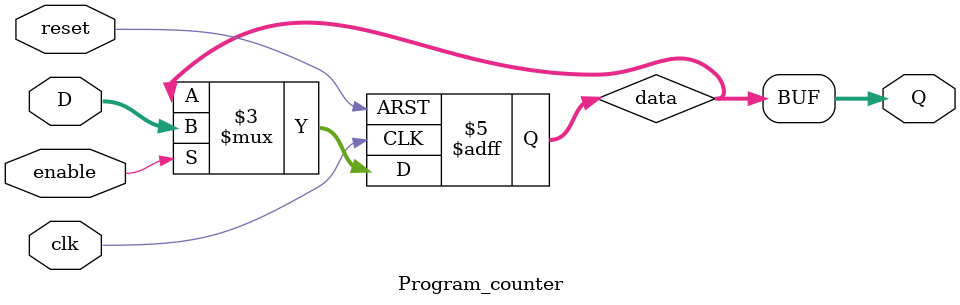
<source format=v>
module Program_counter
#(
	parameter WIDTH = 32
)
(
	//input/ output ports
	input			[WIDTH-1:0] D, 
	input 		clk,
	input			reset, enable,
	output		[WIDTH-1:0] Q
);
   //variable to storage states
	reg [WIDTH-1:0] data;
	always @(posedge clk or negedge reset) 
	begin
      if (!reset)
         data <= 32'h400000;
      else
			if(enable)
         data <= D;
   end 
	assign Q = data;	
endmodule 
</source>
